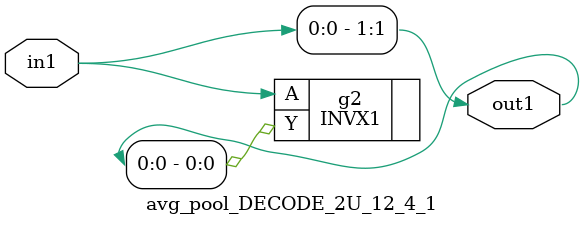
<source format=v>
`timescale 1ps / 1ps


module avg_pool_DECODE_2U_12_4_1(in1, out1);
  input in1;
  output [1:0] out1;
  wire in1;
  wire [1:0] out1;
  assign out1[1] = in1;
  INVX1 g2(.A (in1), .Y (out1[0]));
endmodule



</source>
